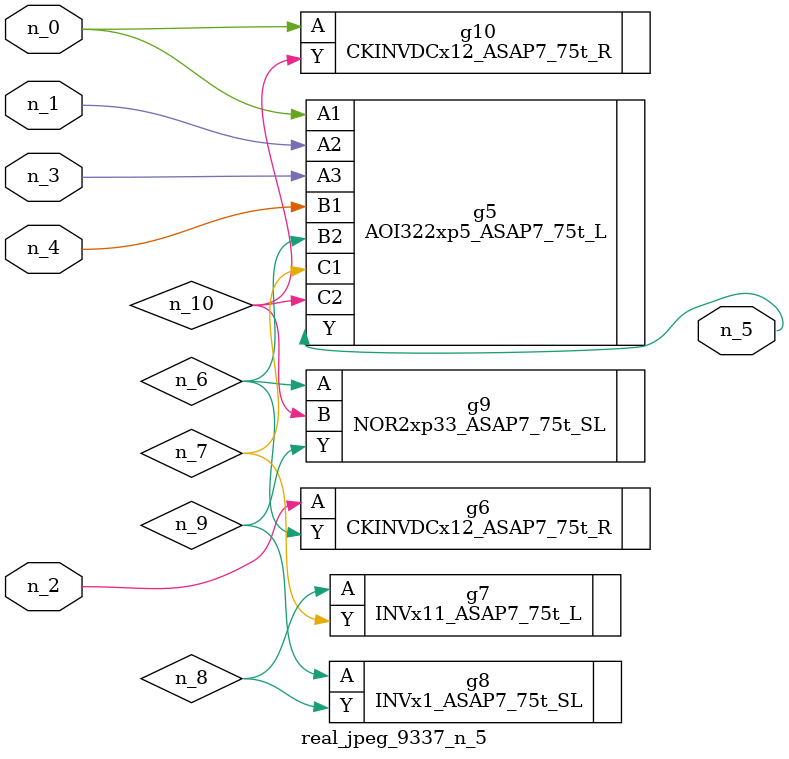
<source format=v>
module real_jpeg_9337_n_5 (n_4, n_0, n_1, n_2, n_3, n_5);

input n_4;
input n_0;
input n_1;
input n_2;
input n_3;

output n_5;

wire n_8;
wire n_6;
wire n_7;
wire n_10;
wire n_9;

AOI322xp5_ASAP7_75t_L g5 ( 
.A1(n_0),
.A2(n_1),
.A3(n_3),
.B1(n_4),
.B2(n_6),
.C1(n_7),
.C2(n_10),
.Y(n_5)
);

CKINVDCx12_ASAP7_75t_R g10 ( 
.A(n_0),
.Y(n_10)
);

CKINVDCx12_ASAP7_75t_R g6 ( 
.A(n_2),
.Y(n_6)
);

NOR2xp33_ASAP7_75t_SL g9 ( 
.A(n_6),
.B(n_10),
.Y(n_9)
);

INVx11_ASAP7_75t_L g7 ( 
.A(n_8),
.Y(n_7)
);

INVx1_ASAP7_75t_SL g8 ( 
.A(n_9),
.Y(n_8)
);


endmodule
</source>
